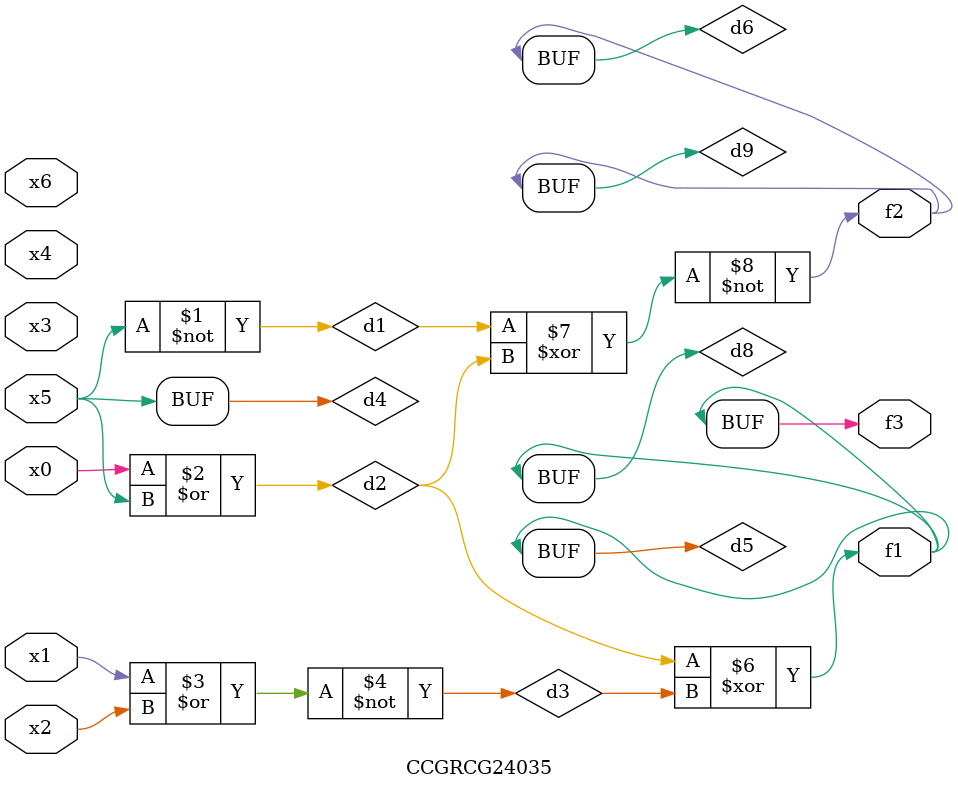
<source format=v>
module CCGRCG24035(
	input x0, x1, x2, x3, x4, x5, x6,
	output f1, f2, f3
);

	wire d1, d2, d3, d4, d5, d6, d7, d8, d9;

	nand (d1, x5);
	or (d2, x0, x5);
	nor (d3, x1, x2);
	xnor (d4, d1);
	xor (d5, d2, d3);
	xnor (d6, d1, d2);
	not (d7, x4);
	buf (d8, d5);
	xor (d9, d6);
	assign f1 = d8;
	assign f2 = d9;
	assign f3 = d8;
endmodule

</source>
